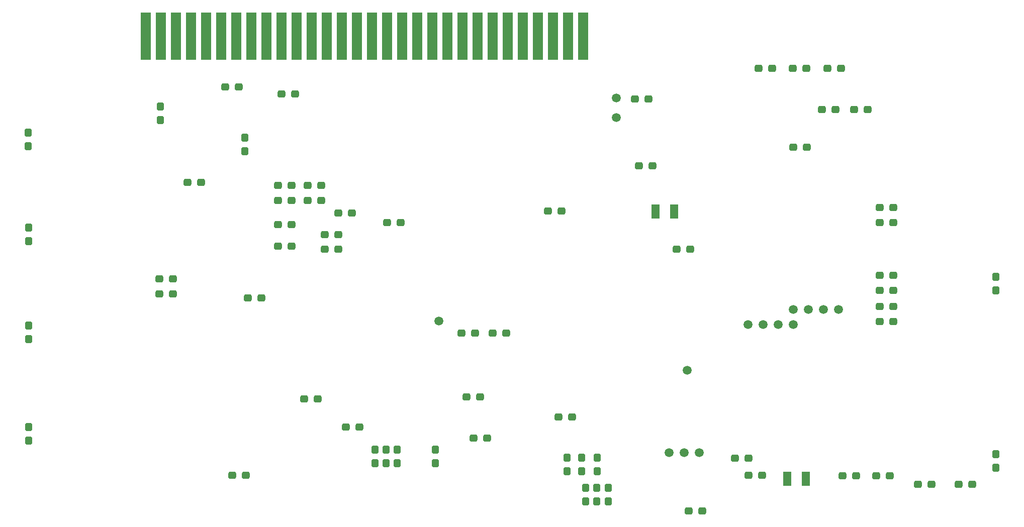
<source format=gbp>
G04 #@! TF.GenerationSoftware,KiCad,Pcbnew,7.0.2-0*
G04 #@! TF.CreationDate,2023-08-01T17:59:31+02:00*
G04 #@! TF.ProjectId,MegaCD,4d656761-4344-42e6-9b69-6361645f7063,rev?*
G04 #@! TF.SameCoordinates,Original*
G04 #@! TF.FileFunction,Paste,Bot*
G04 #@! TF.FilePolarity,Positive*
%FSLAX46Y46*%
G04 Gerber Fmt 4.6, Leading zero omitted, Abs format (unit mm)*
G04 Created by KiCad (PCBNEW 7.0.2-0) date 2023-08-01 17:59:31*
%MOMM*%
%LPD*%
G01*
G04 APERTURE LIST*
G04 Aperture macros list*
%AMRoundRect*
0 Rectangle with rounded corners*
0 $1 Rounding radius*
0 $2 $3 $4 $5 $6 $7 $8 $9 X,Y pos of 4 corners*
0 Add a 4 corners polygon primitive as box body*
4,1,4,$2,$3,$4,$5,$6,$7,$8,$9,$2,$3,0*
0 Add four circle primitives for the rounded corners*
1,1,$1+$1,$2,$3*
1,1,$1+$1,$4,$5*
1,1,$1+$1,$6,$7*
1,1,$1+$1,$8,$9*
0 Add four rect primitives between the rounded corners*
20,1,$1+$1,$2,$3,$4,$5,0*
20,1,$1+$1,$4,$5,$6,$7,0*
20,1,$1+$1,$6,$7,$8,$9,0*
20,1,$1+$1,$8,$9,$2,$3,0*%
G04 Aperture macros list end*
%ADD10R,1.778000X8.000000*%
%ADD11C,1.500000*%
%ADD12RoundRect,0.255319X0.344681X-0.394681X0.344681X0.394681X-0.344681X0.394681X-0.344681X-0.394681X0*%
%ADD13RoundRect,0.255319X-0.394681X-0.344681X0.394681X-0.344681X0.394681X0.344681X-0.394681X0.344681X0*%
%ADD14RoundRect,0.255319X0.394681X0.344681X-0.394681X0.344681X-0.394681X-0.344681X0.394681X-0.344681X0*%
%ADD15RoundRect,0.255319X-0.344681X0.394681X-0.344681X-0.394681X0.344681X-0.394681X0.344681X0.394681X0*%
%ADD16RoundRect,0.200000X0.500000X1.000000X-0.500000X1.000000X-0.500000X-1.000000X0.500000X-1.000000X0*%
G04 APERTURE END LIST*
D10*
X157480000Y-50800000D03*
X154940000Y-50800000D03*
X152400000Y-50800000D03*
X149860000Y-50800000D03*
X147320000Y-50800000D03*
X144780000Y-50800000D03*
X142240000Y-50800000D03*
X139700000Y-50800000D03*
X137160000Y-50800000D03*
X134620000Y-50800000D03*
X132080000Y-50800000D03*
X129540000Y-50800000D03*
X127000000Y-50800000D03*
X124460000Y-50800000D03*
X121920000Y-50800000D03*
X119380000Y-50800000D03*
X116840000Y-50800000D03*
X114300000Y-50800000D03*
X111760000Y-50800000D03*
X109220000Y-50800000D03*
X106680000Y-50800000D03*
X104140000Y-50800000D03*
X101600000Y-50800000D03*
X99060000Y-50800000D03*
X96520000Y-50800000D03*
X93980000Y-50800000D03*
X91440000Y-50800000D03*
X88900000Y-50800000D03*
X86360000Y-50800000D03*
X83820000Y-50800000D03*
D11*
X187833000Y-99441000D03*
D12*
X100558600Y-70231000D03*
X100558600Y-67945000D03*
D11*
X185293000Y-99441000D03*
D12*
X227050600Y-123520200D03*
X227050600Y-121234200D03*
D13*
X203174600Y-63169800D03*
X205460600Y-63169800D03*
D14*
X119811800Y-116662200D03*
X117525800Y-116662200D03*
D13*
X114020600Y-84251800D03*
X116306600Y-84251800D03*
D12*
X161772600Y-129235200D03*
X161772600Y-126949200D03*
D13*
X137845800Y-111582200D03*
X140131800Y-111582200D03*
D15*
X64135000Y-116713000D03*
X64135000Y-118999000D03*
D14*
X88392000Y-91694000D03*
X86106000Y-91694000D03*
D11*
X171958000Y-121031000D03*
X200533000Y-96901000D03*
D13*
X101066600Y-94970600D03*
X103352600Y-94970600D03*
D12*
X132588000Y-122809000D03*
X132588000Y-120523000D03*
D16*
X172847000Y-80391000D03*
X169697400Y-80391000D03*
D14*
X169189400Y-72669400D03*
X166903400Y-72669400D03*
X209778600Y-91160600D03*
X207492600Y-91160600D03*
D16*
X195046600Y-125399800D03*
X191897000Y-125399800D03*
D14*
X108407200Y-75971400D03*
X106121200Y-75971400D03*
D11*
X133223000Y-98806000D03*
X174498000Y-121031000D03*
D15*
X64135000Y-83058000D03*
X64135000Y-85344000D03*
D14*
X209778600Y-96342200D03*
X207492600Y-96342200D03*
X216179400Y-126314200D03*
X213893400Y-126314200D03*
D13*
X175336200Y-130835400D03*
X177622200Y-130835400D03*
X106095800Y-82575400D03*
X108381800Y-82575400D03*
D11*
X192913000Y-96901000D03*
D13*
X198653400Y-56261000D03*
X200939400Y-56261000D03*
X106680000Y-60579000D03*
X108966000Y-60579000D03*
D11*
X163068000Y-64516000D03*
D14*
X187629800Y-124841000D03*
X185343800Y-124841000D03*
D13*
X111125000Y-78511400D03*
X113411000Y-78511400D03*
X187045600Y-56261000D03*
X189331600Y-56261000D03*
D14*
X139319000Y-100838000D03*
X137033000Y-100838000D03*
D11*
X177038000Y-121031000D03*
D14*
X144526000Y-100838000D03*
X142240000Y-100838000D03*
X100736400Y-124841000D03*
X98450400Y-124841000D03*
D13*
X106095800Y-86182200D03*
X108381800Y-86182200D03*
D14*
X175564800Y-86690200D03*
X173278800Y-86690200D03*
D13*
X124485400Y-82270600D03*
X126771400Y-82270600D03*
D15*
X64135000Y-99568000D03*
X64135000Y-101854000D03*
D13*
X97205800Y-59359800D03*
X99491800Y-59359800D03*
D12*
X159824600Y-129235200D03*
X159824600Y-126949200D03*
D14*
X203530200Y-124942600D03*
X201244200Y-124942600D03*
X223088200Y-126314200D03*
X220802200Y-126314200D03*
D12*
X126212600Y-122809000D03*
X126212600Y-120523000D03*
D13*
X151561800Y-80289400D03*
X153847800Y-80289400D03*
D14*
X116306600Y-86690200D03*
X114020600Y-86690200D03*
D12*
X157302200Y-124129800D03*
X157302200Y-121843800D03*
X154813000Y-124129800D03*
X154813000Y-121843800D03*
D11*
X197993000Y-96901000D03*
D13*
X197739000Y-63220600D03*
X200025000Y-63220600D03*
D12*
X86283800Y-64998600D03*
X86283800Y-62712600D03*
D15*
X64008000Y-67056000D03*
X64008000Y-69342000D03*
D13*
X183057800Y-121945400D03*
X185343800Y-121945400D03*
D11*
X192913000Y-99441000D03*
D13*
X90881200Y-75463400D03*
X93167200Y-75463400D03*
D14*
X209169000Y-124942600D03*
X206883000Y-124942600D03*
D13*
X166243000Y-61391800D03*
X168529000Y-61391800D03*
D12*
X157962600Y-129235200D03*
X157962600Y-126949200D03*
X159893000Y-124129800D03*
X159893000Y-121843800D03*
D14*
X118541800Y-80645000D03*
X116255800Y-80645000D03*
X108381800Y-78511400D03*
X106095800Y-78511400D03*
D12*
X124333000Y-122809000D03*
X124333000Y-120523000D03*
D14*
X209778600Y-93700600D03*
X207492600Y-93700600D03*
D11*
X163068000Y-61214000D03*
X175031400Y-107162600D03*
X190373000Y-99441000D03*
X195453000Y-96901000D03*
D14*
X209778600Y-82270600D03*
X207492600Y-82270600D03*
D12*
X122428000Y-122809000D03*
X122428000Y-120523000D03*
D14*
X88392000Y-94234000D03*
X86106000Y-94234000D03*
D13*
X192913000Y-69570600D03*
X195199000Y-69570600D03*
X139065000Y-118541800D03*
X141351000Y-118541800D03*
X153390600Y-114985800D03*
X155676600Y-114985800D03*
D15*
X227050600Y-91414600D03*
X227050600Y-93700600D03*
D13*
X192786000Y-56261000D03*
X195072000Y-56261000D03*
D14*
X209778600Y-79730600D03*
X207492600Y-79730600D03*
D13*
X111125000Y-75971400D03*
X113411000Y-75971400D03*
X110566200Y-111937800D03*
X112852200Y-111937800D03*
D14*
X209778600Y-98882200D03*
X207492600Y-98882200D03*
M02*

</source>
